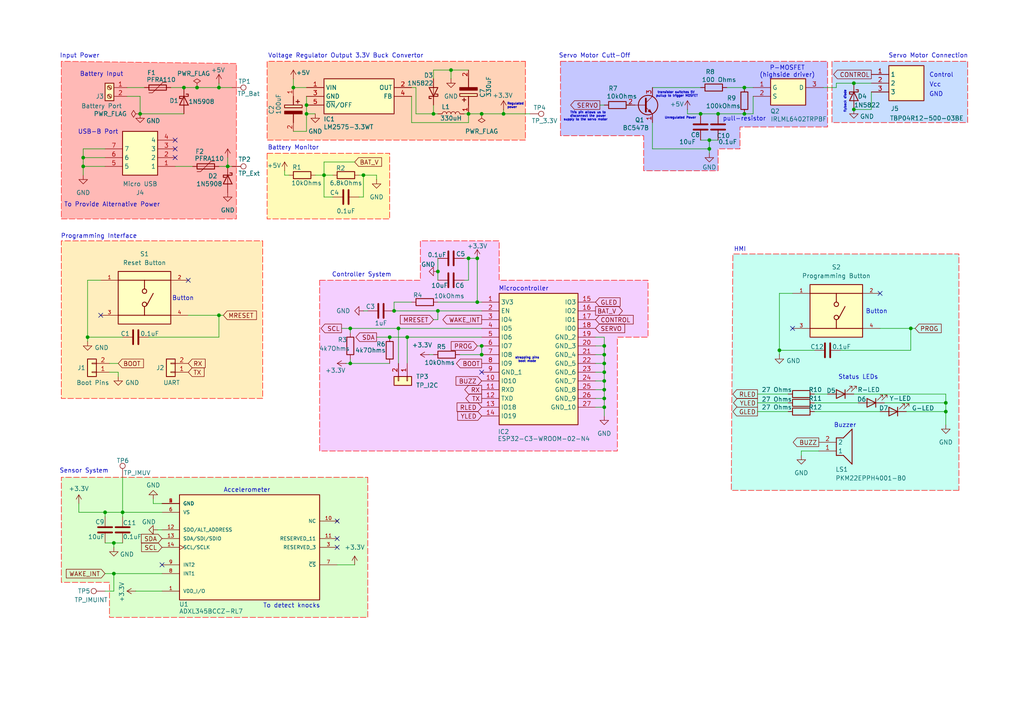
<source format=kicad_sch>
(kicad_sch (version 20250114) (generator "eeschema") (generator_version "9.0")
  (paper "A4")
  (title_block (title "KnockLockSchematic") (date "2025-11-12") (rev "6.1") (company "HSRW") (comment 1 "Group 04"))
  (text "Voltage Regulator Output 3.3V Buck Convertor\n" (at 77.724 16.256 0) (effects (font (size 1.27 1.27)) (justify left)))
  (text "Vcc\n" (at 271.272 24.638 0) (effects (font (size 1.27 1.27))))
  (text "Battery Input" (at 29.464 21.59 0) (effects (font (size 1.27 1.27))))
  (text "P-MOSFET\n(highside driver)\n" (at 228.346 20.828 0) (effects (font (size 1.27 1.27))))
  (text "Controller System\n\n" (at 104.902 80.772 0) (effects (font (size 1.27 1.27))))
  (text "To detect knocks" (at 84.582 175.768 0) (effects (font (size 1.27 1.27))))
  (text "Control\n" (at 273.05 21.844 0) (effects (font (size 1.27 1.27))))
  (text "Button" (at 53.086 86.614 0) (effects (font (size 1.27 1.27))))
  (text "Programming Interface" (at 28.702 68.58 0) (effects (font (size 1.27 1.27))))
  (text "flyback diode" (at 245.11 29.464 90) (effects (font (size 0.635 0.635))))
  (text "strapping pins\nboot mode" (at 152.908 104.394 0) (effects (font (size 0.635 0.635))))
  (text "Unregulated Power" (at 197.358 34.29 0) (effects (font (size 0.635 0.635))))
  (text "Servo Motor Cutt-Off\n" (at 172.466 16.256 0) (effects (font (size 1.27 1.27))))
  (text "Regulated \npower" (at 147.066 30.734 0) (effects (font (size 0.635 0.635)) (justify left)))
  (text "Sensor System" (at 24.384 136.652 0) (effects (font (size 1.27 1.27))))
  (text "GND\n" (at 271.526 27.432 0) (effects (font (size 1.27 1.27))))
  (text "Buzzer\n" (at 245.11 123.444 0) (effects (font (size 1.27 1.27))))
  (text "transistor switches 5V \npullup to trigger MOSFET" (at 196.342 27.432 0) (effects (font (size 0.635 0.635))))
  (text "HMI" (at 214.63 72.39 0) (effects (font (size 1.27 1.27))))
  (text "Servo Motor Connection\n" (at 269.24 16.256 0) (effects (font (size 1.27 1.27))))
  (text "This pin allows us to \ndisconnect the power \nsupply to the servo motor" (at 176.276 33.782 0) (effects (font (size 0.635 0.635)) (justify right)))
  (text "Input Power" (at 23.114 16.256 0) (effects (font (size 1.27 1.27))))
  (text "Microcontroller" (at 151.892 83.82 0) (effects (font (size 1.27 1.27))))
  (text "Accelerometer" (at 71.628 142.24 0) (effects (font (size 1.27 1.27))))
  (text "Battery Monitor" (at 85.09 42.926 0) (effects (font (size 1.27 1.27))))
  (text "Status LEDs" (at 248.92 109.474 0) (effects (font (size 1.27 1.27))))
  (text "To Provide Alternative Power" (at 32.512 59.436 0) (effects (font (size 1.27 1.27))))
  (text "USB-B Port" (at 28.448 38.354 0) (effects (font (size 1.27 1.27))))
  (text "Button" (at 254.254 90.424 0) (effects (font (size 1.27 1.27))))
  (text "pull-resistor" (at 215.9 34.544 0) (effects (font (size 1.27 1.27))))
  (junction (at 274.32 116.84))
  (junction (at 115.57 95.25))
  (junction (at 57.15 25.4))
  (junction (at 175.26 118.11))
  (junction (at 40.64 33.02))
  (junction (at 139.7 33.02))
  (junction (at 101.6 95.25))
  (junction (at 175.26 110.49))
  (junction (at 24.13 48.26))
  (junction (at 208.28 33.02))
  (junction (at 135.89 74.93))
  (junction (at 101.6 105.41))
  (junction (at 88.9 30.48))
  (junction (at 139.7 100.33))
  (junction (at 85.09 25.4))
  (junction (at 175.26 115.57))
  (junction (at 247.65 31.75))
  (junction (at 66.04 48.26))
  (junction (at 175.26 105.41))
  (junction (at 33.02 157.48))
  (junction (at 105.41 50.8))
  (junction (at 63.5 91.44))
  (junction (at 274.32 119.38))
  (junction (at 175.26 100.33))
  (junction (at 24.13 45.72))
  (junction (at 25.4 97.79))
  (junction (at 146.05 33.02))
  (junction (at 93.98 50.8))
  (junction (at 63.5 25.4))
  (junction (at 130.81 20.32))
  (junction (at 114.3 90.17))
  (junction (at 203.2 33.02))
  (junction (at 127 78.74))
  (junction (at 175.26 107.95))
  (junction (at 127 90.17))
  (junction (at 264.16 95.25))
  (junction (at 138.43 87.63))
  (junction (at 135.89 33.02))
  (junction (at 138.43 74.93))
  (junction (at 33.02 166.37))
  (junction (at 175.26 113.03))
  (junction (at 215.9 25.4))
  (junction (at 205.74 43.18))
  (junction (at 30.48 148.59))
  (junction (at 175.26 102.87))
  (junction (at 125.73 33.02))
  (junction (at 35.56 148.59))
  (junction (at 247.65 24.13))
  (junction (at 118.11 97.79))
  (junction (at 205.74 40.64))
  (junction (at 88.9 33.02))
  (junction (at 139.7 102.87))
  (junction (at 226.06 101.6))
  (junction (at 113.03 97.79))
  (junction (at 53.34 25.4))
  (junction (at 215.9 33.02))
  (no_connect (at 229.87 95.25))
  (no_connect (at 50.8 43.18))
  (no_connect (at 54.61 81.28))
  (no_connect (at 97.79 156.21))
  (no_connect (at 139.7 107.95))
  (no_connect (at 29.21 91.44))
  (no_connect (at 97.79 151.13))
  (no_connect (at 50.8 45.72))
  (no_connect (at 50.8 40.64))
  (no_connect (at 46.99 163.83))
  (no_connect (at 97.79 158.75))
  (no_connect (at 255.27 85.09))
  (wire (pts (xy 25.4 97.79) (xy 35.56 97.79)))
  (wire (pts (xy 199.39 31.75) (xy 199.39 33.02)))
  (wire (pts (xy 63.5 25.4) (xy 63.5 24.13)))
  (wire (pts (xy 33.02 157.48) (xy 33.02 158.75)))
  (wire (pts (xy 236.22 114.3) (xy 240.03 114.3)))
  (wire (pts (xy 189.23 35.56) (xy 189.23 43.18)))
  (wire (pts (xy 127 90.17) (xy 139.7 90.17)))
  (wire (pts (xy 175.26 115.57) (xy 175.26 118.11)))
  (wire (pts (xy 215.9 25.4) (xy 218.44 25.4)))
  (wire (pts (xy 139.7 33.02) (xy 146.05 33.02)))
  (wire (pts (xy 135.89 74.93) (xy 135.89 81.28)))
  (wire (pts (xy 115.57 95.25) (xy 115.57 105.41)))
  (wire (pts (xy 205.74 44.45) (xy 205.74 43.18)))
  (wire (pts (xy 85.09 38.1) (xy 88.9 38.1)))
  (wire (pts (xy 57.15 25.4) (xy 63.5 25.4)))
  (wire (pts (xy 181.61 30.48) (xy 182.88 30.48)))
  (wire (pts (xy 104.14 57.15) (xy 105.41 57.15)))
  (wire (pts (xy 33.02 157.48) (xy 35.56 157.48)))
  (wire (pts (xy 125.73 20.32) (xy 130.81 20.32)))
  (wire (pts (xy 100.33 105.41) (xy 101.6 105.41)))
  (wire (pts (xy 114.3 87.63) (xy 114.3 90.17)))
  (wire (pts (xy 40.64 33.02) (xy 53.34 33.02)))
  (wire (pts (xy 99.06 95.25) (xy 101.6 95.25)))
  (wire (pts (xy 24.13 43.18) (xy 30.48 43.18)))
  (wire (pts (xy 120.65 25.4) (xy 120.65 33.02)))
  (wire (pts (xy 226.06 101.6) (xy 226.06 102.87)))
  (wire (pts (xy 101.6 104.14) (xy 101.6 105.41)))
  (wire (pts (xy 40.64 27.94) (xy 40.64 33.02)))
  (wire (pts (xy 242.57 24.13) (xy 247.65 24.13)))
  (wire (pts (xy 226.06 85.09) (xy 229.87 85.09)))
  (wire (pts (xy 109.22 97.79) (xy 113.03 97.79)))
  (wire (pts (xy 252.73 31.75) (xy 247.65 31.75)))
  (wire (pts (xy 173.99 30.48) (xy 175.26 30.48)))
  (wire (pts (xy 82.55 49.53) (xy 82.55 50.8)))
  (wire (pts (xy 264.16 95.25) (xy 264.16 101.6)))
  (wire (pts (xy 242.57 24.13) (xy 242.57 25.4)))
  (wire (pts (xy 24.13 45.72) (xy 24.13 48.26)))
  (wire (pts (xy 215.9 33.02) (xy 218.44 33.02)))
  (wire (pts (xy 25.4 97.79) (xy 25.4 99.06)))
  (wire (pts (xy 135.89 33.02) (xy 135.89 35.56)))
  (wire (pts (xy 22.86 146.05) (xy 22.86 148.59)))
  (wire (pts (xy 97.79 163.83) (xy 102.87 163.83)))
  (wire (pts (xy 172.72 110.49) (xy 175.26 110.49)))
  (wire (pts (xy 30.48 166.37) (xy 33.02 166.37)))
  (wire (pts (xy 43.18 97.79) (xy 63.5 97.79)))
  (wire (pts (xy 64.77 91.44) (xy 63.5 91.44)))
  (wire (pts (xy 114.3 90.17) (xy 127 90.17)))
  (wire (pts (xy 119.38 35.56) (xy 135.89 35.56)))
  (wire (pts (xy 30.48 171.45) (xy 33.02 171.45)))
  (wire (pts (xy 203.2 33.02) (xy 208.28 33.02)))
  (wire (pts (xy 101.6 96.52) (xy 101.6 95.25)))
  (wire (pts (xy 24.13 45.72) (xy 30.48 45.72)))
  (wire (pts (xy 127 74.93) (xy 127 78.74)))
  (wire (pts (xy 189.23 43.18) (xy 205.74 43.18)))
  (wire (pts (xy 262.89 119.38) (xy 274.32 119.38)))
  (wire (pts (xy 67.31 48.26) (xy 66.04 48.26)))
  (wire (pts (xy 30.48 148.59) (xy 35.56 148.59)))
  (wire (pts (xy 33.02 166.37) (xy 46.99 166.37)))
  (wire (pts (xy 44.45 144.78) (xy 44.45 146.05)))
  (wire (pts (xy 175.26 118.11) (xy 175.26 120.65)))
  (wire (pts (xy 199.39 33.02) (xy 203.2 33.02)))
  (wire (pts (xy 104.14 50.8) (xy 105.41 50.8)))
  (wire (pts (xy 53.34 25.4) (xy 57.15 25.4)))
  (wire (pts (xy 130.81 20.32) (xy 130.81 22.86)))
  (wire (pts (xy 243.84 101.6) (xy 264.16 101.6)))
  (wire (pts (xy 226.06 85.09) (xy 226.06 101.6)))
  (wire (pts (xy 36.83 25.4) (xy 41.91 25.4)))
  (wire (pts (xy 135.89 33.02) (xy 139.7 33.02)))
  (wire (pts (xy 125.73 30.48) (xy 125.73 33.02)))
  (wire (pts (xy 247.65 114.3) (xy 274.32 114.3)))
  (wire (pts (xy 31.75 107.95) (xy 34.29 107.95)))
  (wire (pts (xy 102.87 46.99) (xy 93.98 46.99)))
  (wire (pts (xy 63.5 91.44) (xy 63.5 97.79)))
  (wire (pts (xy 35.56 149.86) (xy 35.56 148.59)))
  (wire (pts (xy 135.89 74.93) (xy 138.43 74.93)))
  (wire (pts (xy 125.73 20.32) (xy 125.73 22.86)))
  (wire (pts (xy 39.37 171.45) (xy 46.99 171.45)))
  (wire (pts (xy 30.48 149.86) (xy 30.48 148.59)))
  (wire (pts (xy 91.44 50.8) (xy 93.98 50.8)))
  (wire (pts (xy 119.38 27.94) (xy 119.38 35.56)))
  (wire (pts (xy 24.13 48.26) (xy 30.48 48.26)))
  (wire (pts (xy 175.26 100.33) (xy 175.26 102.87)))
  (wire (pts (xy 172.72 115.57) (xy 175.26 115.57)))
  (wire (pts (xy 127 87.63) (xy 138.43 87.63)))
  (wire (pts (xy 35.56 138.43) (xy 35.56 148.59)))
  (wire (pts (xy 88.9 33.02) (xy 88.9 30.48)))
  (wire (pts (xy 120.65 33.02) (xy 125.73 33.02)))
  (wire (pts (xy 67.31 25.4) (xy 63.5 25.4)))
  (wire (pts (xy 46.99 146.05) (xy 44.45 146.05)))
  (wire (pts (xy 219.71 119.38) (xy 228.6 119.38)))
  (wire (pts (xy 130.81 20.32) (xy 135.89 20.32)))
  (wire (pts (xy 274.32 123.19) (xy 274.32 119.38)))
  (wire (pts (xy 34.29 107.95) (xy 34.29 109.22)))
  (wire (pts (xy 138.43 74.93) (xy 138.43 87.63)))
  (wire (pts (xy 175.26 97.79) (xy 175.26 100.33)))
  (wire (pts (xy 175.26 110.49) (xy 175.26 113.03)))
  (wire (pts (xy 146.05 31.75) (xy 146.05 33.02)))
  (wire (pts (xy 63.5 48.26) (xy 66.04 48.26)))
  (wire (pts (xy 24.13 48.26) (xy 24.13 50.8)))
  (wire (pts (xy 172.72 97.79) (xy 175.26 97.79)))
  (wire (pts (xy 88.9 38.1) (xy 88.9 33.02)))
  (wire (pts (xy 85.09 22.86) (xy 85.09 25.4)))
  (wire (pts (xy 134.62 81.28) (xy 135.89 81.28)))
  (wire (pts (xy 138.43 87.63) (xy 139.7 87.63)))
  (wire (pts (xy 255.27 95.25) (xy 264.16 95.25)))
  (wire (pts (xy 101.6 105.41) (xy 113.03 105.41)))
  (wire (pts (xy 54.61 91.44) (xy 63.5 91.44)))
  (wire (pts (xy 265.43 95.25) (xy 264.16 95.25)))
  (wire (pts (xy 127 33.02) (xy 125.73 33.02)))
  (wire (pts (xy 34.29 105.41) (xy 31.75 105.41)))
  (wire (pts (xy 22.86 148.59) (xy 30.48 148.59)))
  (wire (pts (xy 93.98 46.99) (xy 93.98 50.8)))
  (wire (pts (xy 172.72 100.33) (xy 175.26 100.33)))
  (wire (pts (xy 93.98 57.15) (xy 93.98 50.8)))
  (wire (pts (xy 210.82 25.4) (xy 215.9 25.4)))
  (wire (pts (xy 88.9 27.94) (xy 88.9 30.48)))
  (wire (pts (xy 93.98 50.8) (xy 96.52 50.8)))
  (wire (pts (xy 109.22 50.8) (xy 109.22 52.07)))
  (wire (pts (xy 256.54 116.84) (xy 274.32 116.84)))
  (wire (pts (xy 105.41 90.17) (xy 106.68 90.17)))
  (wire (pts (xy 24.13 43.18) (xy 24.13 45.72)))
  (wire (pts (xy 172.72 102.87) (xy 175.26 102.87)))
  (wire (pts (xy 189.23 25.4) (xy 203.2 25.4)))
  (wire (pts (xy 124.46 102.87) (xy 125.73 102.87)))
  (wire (pts (xy 218.44 33.02) (xy 218.44 27.94)))
  (wire (pts (xy 208.28 33.02) (xy 215.9 33.02)))
  (wire (pts (xy 219.71 114.3) (xy 228.6 114.3)))
  (wire (pts (xy 96.52 57.15) (xy 93.98 57.15)))
  (wire (pts (xy 138.43 100.33) (xy 139.7 100.33)))
  (wire (pts (xy 153.67 33.02) (xy 146.05 33.02)))
  (wire (pts (xy 205.74 40.64) (xy 208.28 40.64)))
  (wire (pts (xy 274.32 116.84) (xy 274.32 119.38)))
  (wire (pts (xy 172.72 107.95) (xy 175.26 107.95)))
  (wire (pts (xy 25.4 81.28) (xy 25.4 97.79)))
  (wire (pts (xy 172.72 113.03) (xy 175.26 113.03)))
  (wire (pts (xy 114.3 87.63) (xy 119.38 87.63)))
  (wire (pts (xy 105.41 50.8) (xy 109.22 50.8)))
  (wire (pts (xy 237.49 130.81) (xy 232.41 130.81)))
  (wire (pts (xy 127 81.28) (xy 127 78.74)))
  (wire (pts (xy 242.57 25.4) (xy 238.76 25.4)))
  (wire (pts (xy 175.26 113.03) (xy 175.26 115.57)))
  (wire (pts (xy 118.11 97.79) (xy 139.7 97.79)))
  (wire (pts (xy 105.41 57.15) (xy 105.41 50.8)))
  (wire (pts (xy 172.72 105.41) (xy 175.26 105.41)))
  (wire (pts (xy 175.26 107.95) (xy 175.26 110.49)))
  (wire (pts (xy 172.72 118.11) (xy 175.26 118.11)))
  (wire (pts (xy 113.03 97.79) (xy 118.11 97.79)))
  (wire (pts (xy 175.26 102.87) (xy 175.26 105.41)))
  (wire (pts (xy 205.74 43.18) (xy 205.74 40.64)))
  (wire (pts (xy 135.89 33.02) (xy 134.62 33.02)))
  (wire (pts (xy 45.72 153.67) (xy 46.99 153.67)))
  (wire (pts (xy 66.04 45.72) (xy 66.04 48.26)))
  (wire (pts (xy 252.73 26.67) (xy 252.73 31.75)))
  (wire (pts (xy 49.53 25.4) (xy 53.34 25.4)))
  (wire (pts (xy 40.64 27.94) (xy 36.83 27.94)))
  (wire (pts (xy 33.02 171.45) (xy 33.02 166.37)))
  (wire (pts (xy 236.22 116.84) (xy 248.92 116.84)))
  (wire (pts (xy 232.41 130.81) (xy 232.41 132.08)))
  (wire (pts (xy 101.6 95.25) (xy 115.57 95.25)))
  (wire (pts (xy 35.56 148.59) (xy 46.99 148.59)))
  (wire (pts (xy 85.09 25.4) (xy 88.9 25.4)))
  (wire (pts (xy 226.06 101.6) (xy 236.22 101.6)))
  (wire (pts (xy 127 92.71) (xy 127 90.17)))
  (wire (pts (xy 119.38 25.4) (xy 120.65 25.4)))
  (wire (pts (xy 118.11 97.79) (xy 118.11 105.41)))
  (wire (pts (xy 125.73 92.71) (xy 127 92.71)))
  (wire (pts (xy 219.71 116.84) (xy 228.6 116.84)))
  (wire (pts (xy 33.02 157.48) (xy 30.48 157.48)))
  (wire (pts (xy 247.65 24.13) (xy 252.73 24.13)))
  (wire (pts (xy 133.35 102.87) (xy 139.7 102.87)))
  (wire (pts (xy 82.55 50.8) (xy 83.82 50.8)))
  (wire (pts (xy 203.2 40.64) (xy 205.74 40.64)))
  (wire (pts (xy 25.4 81.28) (xy 29.21 81.28)))
  (wire (pts (xy 91.44 33.02) (xy 88.9 33.02)))
  (wire (pts (xy 274.32 114.3) (xy 274.32 116.84)))
  (wire (pts (xy 50.8 48.26) (xy 55.88 48.26)))
  (wire (pts (xy 115.57 95.25) (xy 139.7 95.25)))
  (wire (pts (xy 139.7 100.33) (xy 139.7 102.87)))
  (wire (pts (xy 134.62 74.93) (xy 135.89 74.93)))
  (wire (pts (xy 175.26 105.41) (xy 175.26 107.95)))
  (wire (pts (xy 236.22 119.38) (xy 255.27 119.38)))
  (global_label "BAT_V" (shape output) (at 172.72 90.17 0) (property "Intersheetrefs" "${INTERSHEET_REFS}" (effects (hide yes))))
  (global_label "SERVO" (shape output) (at 173.99 30.48 180) (property "Intersheetrefs" "${INTERSHEET_REFS}" (effects (hide yes))))
  (global_label "WAKE_INT" (shape output) (at 139.7 92.71 180) (property "Intersheetrefs" "${INTERSHEET_REFS}" (effects (hide yes))))
  (global_label "SCL" (shape input) (at 46.99 158.75 180) (property "Intersheetrefs" "${INTERSHEET_REFS}" (effects (hide yes))))
  (global_label "PROG" (shape input) (at 265.43 95.25 0) (property "Intersheetrefs" "${INTERSHEET_REFS}" (effects (hide yes))))
  (global_label "WAKE_INT" (shape input) (at 30.48 166.37 180) (property "Intersheetrefs" "${INTERSHEET_REFS}" (effects (hide yes))))
  (global_label "RX" (shape output) (at 139.7 113.03 180) (property "Intersheetrefs" "${INTERSHEET_REFS}" (effects (hide yes))))
  (global_label "MRESET" (shape input) (at 125.73 92.71 180) (property "Intersheetrefs" "${INTERSHEET_REFS}" (effects (hide yes))))
  (global_label "CONTROL" (shape input) (at 172.72 92.71 0) (property "Intersheetrefs" "${INTERSHEET_REFS}" (effects (hide yes))))
  (global_label "RLED" (shape output) (at 219.71 114.3 180) (property "Intersheetrefs" "${INTERSHEET_REFS}" (effects (hide yes))))
  (global_label "PROG" (shape input) (at 138.43 100.33 180) (property "Intersheetrefs" "${INTERSHEET_REFS}" (effects (hide yes))))
  (global_label "YLED" (shape input) (at 139.7 120.65 180) (property "Intersheetrefs" "${INTERSHEET_REFS}" (effects (hide yes))))
  (global_label "BOOT" (shape output) (at 139.7 105.41 180) (property "Intersheetrefs" "${INTERSHEET_REFS}" (effects (hide yes))))
  (global_label "SDA" (shape output) (at 109.22 97.79 180) (property "Intersheetrefs" "${INTERSHEET_REFS}" (effects (hide yes))))
  (global_label "YLED" (shape output) (at 219.71 116.84 180) (property "Intersheetrefs" "${INTERSHEET_REFS}" (effects (hide yes))))
  (global_label "GLED" (shape input) (at 172.72 87.63 0) (property "Intersheetrefs" "${INTERSHEET_REFS}" (effects (hide yes))))
  (global_label "BOOT" (shape input) (at 34.29 105.41 0) (property "Intersheetrefs" "${INTERSHEET_REFS}" (effects (hide yes))))
  (global_label "TX" (shape output) (at 139.7 115.57 180) (property "Intersheetrefs" "${INTERSHEET_REFS}" (effects (hide yes))))
  (global_label "SDA" (shape input) (at 46.99 156.21 180) (property "Intersheetrefs" "${INTERSHEET_REFS}" (effects (hide yes))))
  (global_label "RLED" (shape input) (at 139.7 118.11 180) (property "Intersheetrefs" "${INTERSHEET_REFS}" (effects (hide yes))))
  (global_label "SERVO" (shape input) (at 172.72 95.25 0) (property "Intersheetrefs" "${INTERSHEET_REFS}" (effects (hide yes))))
  (global_label "MRESET" (shape input) (at 64.77 91.44 0) (property "Intersheetrefs" "${INTERSHEET_REFS}" (effects (hide yes))))
  (global_label "BUZZ" (shape output) (at 237.49 128.27 180) (property "Intersheetrefs" "${INTERSHEET_REFS}" (effects (hide yes))))
  (global_label "TX" (shape input) (at 54.61 107.95 0) (property "Intersheetrefs" "${INTERSHEET_REFS}" (effects (hide yes))))
  (global_label "BUZZ" (shape input) (at 139.7 110.49 180) (property "Intersheetrefs" "${INTERSHEET_REFS}" (effects (hide yes))))
  (global_label "GLED" (shape output) (at 219.71 119.38 180) (property "Intersheetrefs" "${INTERSHEET_REFS}" (effects (hide yes))))
  (global_label "BAT_V" (shape input) (at 102.87 46.99 0) (property "Intersheetrefs" "${INTERSHEET_REFS}" (effects (hide yes))))
  (global_label "RX" (shape input) (at 54.61 105.41 0) (property "Intersheetrefs" "${INTERSHEET_REFS}" (effects (hide yes))))
  (global_label "SCL" (shape output) (at 99.06 95.25 180) (property "Intersheetrefs" "${INTERSHEET_REFS}" (effects (hide yes))))
  (global_label "CONTROL" (shape output) (at 252.73 21.59 180) (property "Intersheetrefs" "${INTERSHEET_REFS}" (effects (hide yes))))
  (rule_area (polyline (pts (xy 17.78 17.78) (xy 17.78 63.5) (xy 68.58 63.5) (xy 68.58 18.415)) (stroke (width 0) (type dash) (color 255 29 29 1)) (fill (type color) (color 255 23 12 0.3))))
  (rule_area (polyline (pts (xy 241.3 17.78) (xy 241.3 35.56) (xy 280.67 35.56) (xy 280.67 17.78)) (stroke (width 0) (type dash)) (fill (type color) (color 74 147 255 0.3019607843))))
  (rule_area (polyline (pts (xy 162.56 17.78) (xy 240.03 17.78) (xy 240.03 36.83) (xy 214.63 36.83) (xy 214.63 43.18) (xy 208.28 43.18) (xy 208.28 49.53) (xy 186.69 49.53) (xy 186.69 39.37) (xy 162.56 39.37)) (stroke (width 0) (type dash)) (fill (type color) (color 60 67 255 0.3))))
  (rule_area (polyline (pts (xy 106.68 138.43) (xy 106.68 179.07) (xy 31.75 179.07) (xy 31.75 168.91) (xy 17.78 168.91) (xy 17.78 138.43)) (stroke (width 0) (type dash)) (fill (type color) (color 138 255 90 0.3))))
  (rule_area (polyline (pts (xy 92.71 81.28) (xy 121.92 81.28) (xy 121.92 69.85) (xy 144.78 69.85) (xy 144.78 81.28) (xy 187.96 81.28) (xy 187.96 97.79) (xy 179.07 97.79) (xy 179.07 130.81) (xy 148.59 130.81) (xy 147.32 130.81) (xy 134.62 130.81) (xy 132.08 130.81) (xy 102.87 130.81) (xy 92.71 130.81) (xy 92.71 129.54) (xy 92.71 93.98)) (stroke (width 0) (type dash)) (fill (type color) (color 217 94 255 0.3))))
  (rule_area (polyline (pts (xy 77.47 44.45) (xy 113.03 44.45) (xy 113.03 63.5) (xy 77.47 63.5)) (stroke (width 0) (type dash)) (fill (type color) (color 255 240 18 0.3))))
  (rule_area (polyline (pts (xy 76.2 69.85) (xy 76.2 115.57) (xy 49.53 115.57) (xy 43.18 115.57) (xy 17.78 115.57) (xy 17.78 113.03) (xy 17.78 69.85)) (stroke (width 0) (type dash)) (fill (type color) (color 255 196 39 0.3))))
  (rule_area (polyline (pts (xy 278.13 142.24) (xy 212.09 142.24) (xy 212.5662 73.66) (xy 278.13 73.66)) (stroke (width 0) (type dash)) (fill (type color) (color 66 255 212 0.3))))
  (rule_area (polyline (pts (xy 152.4 17.78) (xy 152.4 40.64) (xy 77.47 40.64) (xy 77.47 17.78)) (stroke (width 0) (type dash)) (fill (type color) (color 255 109 17 0.3))))
  (symbol (lib_id "power:GND") (at 274.32 123.19 0) (unit 1)
    (property "Reference" "#PWR029" (effects (hide yes)))
    (property "Value" "GND" (at 274.32 128.27 0))
    (property "Description" "Power symbol creates a global label with name \"GND\" , ground" (effects (hide yes)))
  )
  (symbol (lib_id "SamacSys_Parts:EEU-FC1C101H") (at 85.09 25.4 270) (unit 1)
    (property "Reference" "C2" (at 78.74 30.48 0) (effects (justify left)))
    (property "Value" "100uF" (at 80.772 27.178 0) (effects (justify left)))
    (property "Footprint" "SamacSys_Parts:CAPPRD250W55D630H1220" (effects (hide yes)))
    (property "Datasheet" "http://industrial.panasonic.com/cdbs/www-data/pdf/RDF0000/ABA0000C1209.pdf" (effects (hide yes)))
    (property "Description" "Aluminium Electrolytic Capacitor, Radial Lead, AEC-Q200, 105?C" (effects (hide yes)))
    (property "Height" "12.2" (effects (hide yes)))
    (property "Mouser Part Number" "667-EEU-FC1C101H" (effects (hide yes)))
    (property "Mouser Price/Stock" "https://www.mouser.co.uk/ProductDetail/Panasonic/EEU-FC1C101H?qs=%2FC1U95aQ15szP%252BXx0reJVg%3D%3D" (effects (hide yes)))
    (property "Manufacturer_Name" "Panasonic" (effects (hide yes)))
    (property "Manufacturer_Part_Number" "EEU-FC1C101H" (effects (hide yes)))
  )
  (symbol (lib_id "Device:C") (at 35.56 153.67 180) (unit 1)
    (property "Reference" "C11" (at 37.592 151.638 0))
    (property "Value" "0.1uF" (at 38.354 155.702 0))
    (property "Footprint" "Capacitor_SMD:C_0805_2012Metric_Pad1.18x1.45mm_HandSolder" (effects (hide yes)))
    (property "Description" "Unpolarized capacitor" (effects (hide yes)))
  )
  (symbol (lib_id "power:+3.3V") (at 22.86 146.05 0) (unit 1)
    (property "Reference" "#PWR020" (effects (hide yes)))
    (property "Value" "+3.3V" (at 22.86 141.732 0))
    (property "Description" "Power symbol creates a global label with name \"+3.3V\"" (effects (hide yes)))
  )
  (symbol (lib_id "power:GND") (at 105.41 90.17 270) (unit 1)
    (property "Reference" "#PWR011" (effects (hide yes)))
    (property "Value" "GND" (at 101.6 90.1699 90) (effects (justify right)))
    (property "Description" "Power symbol creates a global label with name \"GND\" , ground" (effects (hide yes)))
  )
  (symbol (lib_id "Transistor_BJT:2N3904") (at 186.69 30.48 0) (unit 1)
    (property "Reference" "Q1" (at 184.15 34.798 0) (effects (justify left)))
    (property "Value" "BC547B" (at 180.594 37.084 0) (effects (justify left)))
    (property "Footprint" "Package_TO_SOT_THT:TO-92_HandSolder" (effects (hide yes)))
    (property "Datasheet" "https://www.onsemi.com/pub/Collateral/2N3903-D.PDF" (effects (hide yes)))
    (property "Description" "0.2A Ic, 40V Vce, Small Signal NPN Transistor, TO-92" (effects (hide yes)))
  )
  (symbol (lib_id "Device:R") (at 232.41 119.38 90) (unit 1)
    (property "Reference" "R12" (at 236.474 118.11 90))
    (property "Value" "27 Ohms" (at 225.298 118.11 90))
    (property "Footprint" "Resistor_SMD:R_1206_3216Metric_Pad1.30x1.75mm_HandSolder" (effects (hide yes)))
    (property "Description" "Resistor" (effects (hide yes)))
  )
  (symbol (lib_id "SamacSys_Parts:TBP04R12-500-03BE") (at 252.73 21.59 0) (unit 1)
    (property "Reference" "J5" (at 258.318 31.496 0) (effects (justify left)))
    (property "Value" "TBP04R12-500-03BE" (at 258.064 34.29 0) (effects (justify left)))
    (property "Footprint" "Connector_JST:JST_EH_S3B-EH_1x03_P2.50mm_Horizontal" (effects (hide yes)))
    (property "Datasheet" "https://www.sameskydevices.com/product/resource/tbp04r12-500.pdf" (effects (hide yes)))
    (property "Description" "3 Position Terminal Block Header, Male Pins, Shrouded (4 Side) 0.197\" (5.00mm) 90, Right Angle Through Hole" (effects (hide yes)))
    (property "Height" "8.8" (effects (hide yes)))
    (property "Mouser Part Number" "179-TBP04R12-50003BE" (effects (hide yes)))
    (property "Mouser Price/Stock" "https://www.mouser.co.uk/ProductDetail/CUI-Devices/TBP04R12-500-03BE?qs=TCDPyi3sCW0NaxY6tKwPhA%3D%3D" (effects (hide yes)))
    (property "Manufacturer_Name" "Same Sky" (effects (hide yes)))
    (property "Manufacturer_Part_Number" "TBP04R12-500-03BE" (effects (hide yes)))
  )
  (symbol (lib_id "power:GND") (at 25.4 99.06 0) (unit 1)
    (property "Reference" "#PWR02" (effects (hide yes)))
    (property "Value" "GND" (at 29.464 100.838 0))
    (property "Description" "Power symbol creates a global label with name \"GND\" , ground" (effects (hide yes)))
  )
  (symbol (lib_id "Device:Polyfuse") (at 45.72 25.4 90) (unit 1)
    (property "Reference" "F1" (at 43.942 21.082 90))
    (property "Value" "PFRA110" (at 46.736 23.114 90))
    (property "Footprint" "Fuse:Fuse_BelFuse_0ZRE0012FF_L8.3mm_W3.8mm" (effects (hide yes)))
    (property "Description" "Resettable fuse, polymeric positive temperature coefficient" (effects (hide yes)))
  )
  (symbol (lib_id "Connector_Generic:Conn_01x02") (at 118.11 110.49 270) (unit 1)
    (property "Reference" "TP3" (at 120.65 109.2199 90) (effects (justify left)))
    (property "Value" "TP_I2C" (at 120.65 111.7599 90) (effects (justify left)))
    (property "Footprint" "Connector_PinSocket_2.54mm:PinSocket_1x02_P2.54mm_Vertical" (effects (hide yes)))
    (property "Description" "Generic connector, single row, 01x02, script generated (kicad-library-utils/schlib/autogen/connector/)" (effects (hide yes)))
  )
  (symbol (lib_id "power:GND") (at 109.22 52.07 0) (unit 1)
    (property "Reference" "#PWR014" (effects (hide yes)))
    (property "Value" "GND" (at 109.22 57.15 0))
    (property "Description" "Power symbol creates a global label with name \"GND\" , ground" (effects (hide yes)))
  )
  (symbol (lib_id "power:GND") (at 44.45 144.78 180) (unit 1)
    (property "Reference" "#PWR025" (effects (hide yes)))
    (property "Value" "GND" (at 44.45 140.716 0))
    (property "Description" "Power symbol creates a global label with name \"GND\" , ground" (effects (hide yes)))
  )
  (symbol (lib_id "power:GND") (at 24.13 50.8 0) (unit 1)
    (property "Reference" "#PWR01" (effects (hide yes)))
    (property "Value" "GND" (at 24.13 55.88 0))
    (property "Description" "Power symbol creates a global label with name \"GND\" , ground" (effects (hide yes)))
  )
  (symbol (lib_id "SamacSys_Parts:USB3145-30-1-A") (at 50.8 48.26 180) (unit 1)
    (property "Reference" "J4" (at 40.64 55.88 0))
    (property "Value" "Micro USB" (at 40.64 53.34 0))
    (property "Footprint" "SamacSys_Parts:USB3145301A" (effects (hide yes)))
    (property "Datasheet" "https://gct.co/connector/usb3145" (effects (hide yes)))
    (property "Description" "GCT (GLOBAL CONNECTOR TECHNOLOGY) - USB3145-30-1-A - MICRO USB, 2.0 TYPE B, RECEPTACLE, TH" (effects (hide yes)))
    (property "Mouser Part Number" "640-USB3145-30-1-A" (effects (hide yes)))
    (property "Mouser Price/Stock" "https://www.mouser.co.uk/ProductDetail/GCT/USB3145-30-1-A?qs=KUoIvG%2F9IlYD1lvSRu5iyg%3D%3D" (effects (hide yes)))
    (property "Manufacturer_Name" "GCT (GLOBAL CONNECTOR TECHNOLOGY)" (effects (hide yes)))
    (property "Manufacturer_Part_Number" "USB3145-30-1-A" (effects (hide yes)))
  )
  (symbol (lib_id "SamacSys_Parts:PKM22EPPH4001-B0") (at 237.49 128.27 0) (unit 1)
    (property "Reference" "LS1" (at 242.316 136.144 0) (effects (justify left)))
    (property "Value" "PKM22EPPH4001-B0" (at 242.316 138.684 0) (effects (justify left)))
    (property "Footprint" "SamacSys_Parts:PKM22EPPH4001B0" (effects (hide yes)))
    (property "Datasheet" "https://www.murata.com/products/productdata/8801054064670/SPEC-PKM22EPPH4001-B0.pdf?1517839211000" (effects (hide yes)))
    (property "Description" "Buzzers Transducer, Externally Driven Piezo 1.5 V 4kHz 75dB @ 1.5V, 10cm Through Hole PC Pins" (effects (hide yes)))
    (property "Height" "10.7" (effects (hide yes)))
    (property "Mouser Part Number" "81-PKM22EPPH4001-B0" (effects (hide yes)))
    (property "Mouser Price/Stock" "https://www.mouser.co.uk/ProductDetail/Murata-Electronics/PKM22EPPH4001-B0?qs=flZjIlU0hx2Fke4m2iZ9MA%3D%3D" (effects (hide yes)))
    (property "Manufacturer_Name" "Murata Electronics" (effects (hide yes)))
    (property "Manufacturer_Part_Number" "PKM22EPPH4001-B0" (effects (hide yes)))
  )
  (symbol (lib_id "Connector:TestPoint") (at 30.48 171.45 90) (unit 1)
    (property "Reference" "TP5" (at 24.384 171.45 90))
    (property "Value" "TP_IMUINT" (at 26.416 173.99 90))
    (property "Footprint" "Connector_PinSocket_2.54mm:PinSocket_1x01_P2.54mm_Vertical" (effects (hide yes)))
    (property "Description" "test point" (effects (hide yes)))
  )
  (symbol (lib_id "power:+5V") (at 63.5 24.13 0) (unit 1)
    (property "Reference" "#PWR05" (effects (hide yes)))
    (property "Value" "+5V" (at 63.246 20.32 0))
    (property "Description" "Power symbol creates a global label with name \"+5V\"" (effects (hide yes)))
  )
  (symbol (lib_id "Device:LED") (at 243.84 114.3 180) (unit 1)
    (property "Reference" "D5" (at 241.046 113.284 0))
    (property "Value" "R-LED" (at 251.968 113.03 0))
    (property "Footprint" "LED_THT:LED_D3.0mm" (effects (hide yes)))
    (property "Description" "Light emitting diode" (effects (hide yes)))
    (property "Sim.Pins" "1=K 2=A" (effects (hide yes)))
  )
  (symbol (lib_id "Device:R") (at 207.01 25.4 90) (unit 1)
    (property "Reference" "R8" (at 205.994 20.828 90))
    (property "Value" "100 Ohms" (at 208.534 23.114 90))
    (property "Footprint" "Resistor_SMD:R_1206_3216Metric_Pad1.30x1.75mm_HandSolder" (effects (hide yes)))
    (property "Description" "Resistor" (effects (hide yes)))
  )
  (symbol (lib_id "Device:LED") (at 252.73 116.84 180) (unit 1)
    (property "Reference" "D6" (at 249.936 115.824 0))
    (property "Value" "Y-LED" (at 261.112 115.57 0))
    (property "Footprint" "LED_THT:LED_D3.0mm" (effects (hide yes)))
    (property "Description" "Light emitting diode" (effects (hide yes)))
    (property "Sim.Pins" "1=K 2=A" (effects (hide yes)))
  )
  (symbol (lib_id "power:+3.3V") (at 39.37 171.45 90) (unit 1)
    (property "Reference" "#PWR024" (effects (hide yes)))
    (property "Value" "+3.3V" (at 35.306 171.704 0))
    (property "Description" "Power symbol creates a global label with name \"+3.3V\"" (effects (hide yes)))
  )
  (symbol (lib_id "Device:C") (at 30.48 153.67 180) (unit 1)
    (property "Reference" "C9" (at 28.956 151.384 0))
    (property "Value" "10uF" (at 27.94 155.702 0))
    (property "Footprint" "Capacitor_THT:C_Radial_D5.0mm_H11.0mm_P2.00mm" (effects (hide yes)))
    (property "Description" "Unpolarized capacitor" (effects (hide yes)))
  )
  (symbol (lib_id "power:+3.3V") (at 102.87 163.83 0) (unit 1)
    (property "Reference" "#PWR030" (effects (hide yes)))
    (property "Value" "+3.3V" (at 102.87 158.75 0))
    (property "Description" "Power symbol creates a global label with name \"+3.3V\"" (effects (hide yes)))
  )
  (symbol (lib_id "Device:R") (at 87.63 50.8 90) (unit 1)
    (property "Reference" "R1" (at 86.106 48.514 90))
    (property "Value" "10kOhms" (at 88.9 53.086 90))
    (property "Footprint" "Resistor_SMD:R_1206_3216Metric_Pad1.30x1.75mm_HandSolder" (effects (hide yes)))
    (property "Description" "Resistor" (effects (hide yes)))
  )
  (symbol (lib_id "Diode:1N5822") (at 247.65 27.94 270) (unit 1)
    (property "Reference" "D4" (at 251.46 27.94 90) (effects (justify right)))
    (property "Value" "1N5822" (at 255.27 30.48 90) (effects (justify right)))
    (property "Footprint" "Diode_THT:D_DO-201AD_P15.24mm_Horizontal" (effects (hide yes)))
    (property "Datasheet" "http://www.vishay.com/docs/88526/1n5820.pdf" (effects (hide yes)))
    (property "Description" "40V 3A Schottky Barrier Rectifier Diode, DO-201AD" (effects (hide yes)))
  )
  (symbol (lib_id "Device:C") (at 240.03 101.6 90) (unit 1)
    (property "Reference" "C12" (at 236.982 100.584 90))
    (property "Value" "0.1uF" (at 244.094 100.584 90))
    (property "Footprint" "Capacitor_SMD:C_0805_2012Metric_Pad1.18x1.45mm_HandSolder" (effects (hide yes)))
    (property "Description" "Unpolarized capacitor" (effects (hide yes)))
  )
  (symbol (lib_id "Device:R") (at 101.6 100.33 180) (unit 1)
    (property "Reference" "R3" (at 99.314 98.552 0))
    (property "Value" "4k7Ohms" (at 97.028 101.092 0))
    (property "Footprint" "Resistor_SMD:R_1206_3216Metric_Pad1.30x1.75mm_HandSolder" (effects (hide yes)))
    (property "Description" "Resistor" (effects (hide yes)))
  )
  (symbol (lib_id "Device:R") (at 179.07 30.48 90) (unit 1)
    (property "Reference" "R7" (at 177.8 25.654 90))
    (property "Value" "10kOhms" (at 180.34 27.94 90))
    (property "Footprint" "Resistor_SMD:R_1206_3216Metric_Pad1.30x1.75mm_HandSolder" (effects (hide yes)))
    (property "Description" "Resistor" (effects (hide yes)))
  )
  (symbol (lib_id "Device:R") (at 100.33 50.8 90) (unit 1)
    (property "Reference" "R2" (at 98.806 48.768 90))
    (property "Value" "6.8kOhms" (at 100.33 53.086 90))
    (property "Footprint" "Resistor_SMD:R_1206_3216Metric_Pad1.30x1.75mm_HandSolder" (effects (hide yes)))
    (property "Description" "Resistor" (effects (hide yes)))
  )
  (symbol (lib_id "Connector_Generic:Conn_01x02") (at 49.53 107.95 180) (unit 1)
    (property "Reference" "J2" (at 46.482 106.68 0))
    (property "Value" "UART" (at 49.784 110.998 0))
    (property "Footprint" "Connector_PinSocket_2.54mm:PinSocket_1x02_P2.54mm_Vertical" (effects (hide yes)))
    (property "Description" "Generic connector, single row, 01x02, script generated (kicad-library-utils/schlib/autogen/connector/)" (effects (hide yes)))
  )
  (symbol (lib_id "SamacSys_Parts:IRLML6402TRPBF") (at 218.44 25.4 0) (unit 1)
    (property "Reference" "Q2" (at 224.79 32.258 0))
    (property "Value" "IRLML6402TRPBF" (at 231.648 34.544 0))
    (property "Footprint" "SamacSys_Parts:SOT95P237X112-3N" (effects (hide yes)))
    (property "Datasheet" "http://www.infineon.com/dgdl/irlml6402pbf.pdf?fileId=5546d462533600a401535668d5c2263c" (effects (hide yes)))
    (property "Description" "MOSFET MOSFT P-Ch -3.7A 65mOhm 8nC Log Lvl" (effects (hide yes)))
    (property "Height" "1.12" (effects (hide yes)))
    (property "Mouser Part Number" "942-IRLML6402TRPBF" (effects (hide yes)))
    (property "Mouser Price/Stock" "https://www.mouser.co.uk/ProductDetail/Infineon-Technologies/IRLML6402TRPBF?qs=9%252BKlkBgLFf0HuZuONx2Ewg%3D%3D" (effects (hide yes)))
    (property "Manufacturer_Name" "Infineon" (effects (hide yes)))
    (property "Manufacturer_Part_Number" "IRLML6402TRPBF" (effects (hide yes)))
  )
  (symbol (lib_id "Device:C") (at 130.81 81.28 90) (unit 1)
    (property "Reference" "C6" (at 133.35 82.804 90))
    (property "Value" "10uF" (at 127.508 82.804 90))
    (property "Footprint" "Capacitor_THT:C_Radial_D5.0mm_H11.0mm_P2.00mm" (effects (hide yes)))
    (property "Description" "Unpolarized capacitor" (effects (hide yes)))
  )
  (symbol (lib_id "Device:C") (at 39.37 97.79 90) (unit 1)
    (property "Reference" "C1" (at 36.322 96.774 90))
    (property "Value" "0.1uF" (at 43.434 96.774 90))
    (property "Footprint" "Capacitor_SMD:C_0805_2012Metric_Pad1.18x1.45mm_HandSolder" (effects (hide yes)))
    (property "Description" "Unpolarized capacitor" (effects (hide yes)))
  )
  (symbol (lib_id "SamacSys_Parts:LM2575-3.3WT") (at 88.9 25.4 0) (unit 1)
    (property "Reference" "IC1" (at 95.504 34.544 0))
    (property "Value" "LM2575-3.3WT" (at 101.092 36.83 0))
    (property "Footprint" "SamacSys_Parts:LM257533WT" (effects (hide yes)))
    (property "Datasheet" "https://ww1.microchip.com/downloads/en/DeviceDoc/lm2575.pdf" (effects (hide yes)))
    (property "Description" "Switching Voltage Regulators 1A Step-Down SMPS Regulator" (effects (hide yes)))
    (property "Height" "15.113" (effects (hide yes)))
    (property "Mouser Part Number" "998-LM2575-3.3WT" (effects (hide yes)))
    (property "Mouser Price/Stock" "https://www.mouser.co.uk/ProductDetail/Microchip-Technology/LM2575-3.3WT?qs=kh6iOki%2FeLFAZSEMjMNbiQ%3D%3D" (effects (hide yes)))
    (property "Manufacturer_Name" "Microchip" (effects (hide yes)))
    (property "Manufacturer_Part_Number" "LM2575-3.3WT" (effects (hide yes)))
  )
  (symbol (lib_id "power:GND") (at 247.65 31.75 0) (unit 1)
    (property "Reference" "#PWR028" (effects (hide yes)))
    (property "Value" "GND" (at 251.46 33.782 0))
    (property "Description" "Power symbol creates a global label with name \"GND\" , ground" (effects (hide yes)))
  )
  (symbol (lib_id "Connector:TestPoint") (at 153.67 33.02 270) (unit 1)
    (property "Reference" "TP4" (at 154.686 31.242 90) (effects (justify left)))
    (property "Value" "TP_3.3V" (at 154.178 35.052 90) (effects (justify left)))
    (property "Footprint" "TestPoint:TestPoint_Pad_D1.5mm" (effects (hide yes)))
    (property "Description" "test point" (effects (hide yes)))
  )
  (symbol (lib_id "Connector:TestPoint") (at 67.31 25.4 270) (unit 1)
    (property "Reference" "TP1" (at 69.088 23.622 90) (effects (justify left)))
    (property "Value" "TP_Bat" (at 68.834 27.178 90) (effects (justify left)))
    (property "Footprint" "TestPoint:TestPoint_Pad_D1.5mm" (effects (hide yes)))
    (property "Description" "test point" (effects (hide yes)))
  )
  (symbol (lib_id "power:+3.3V") (at 124.46 102.87 90) (unit 1)
    (property "Reference" "#PWR013" (effects (hide yes)))
    (property "Value" "+3.3V" (at 122.428 100.076 90))
    (property "Description" "Power symbol creates a global label with name \"+3.3V\"" (effects (hide yes)))
  )
  (symbol (lib_id "power:GND") (at 175.26 120.65 0) (unit 1)
    (property "Reference" "#PWR019" (effects (hide yes)))
    (property "Value" "GND" (at 175.26 125.73 0))
    (property "Description" "Power symbol creates a global label with name \"GND\" , ground" (effects (hide yes)))
  )
  (symbol (lib_id "power:GND") (at 226.06 102.87 0) (unit 1)
    (property "Reference" "#PWR031" (effects (hide yes)))
    (property "Value" "GND" (at 230.124 104.648 0))
    (property "Description" "Power symbol creates a global label with name \"GND\" , ground" (effects (hide yes)))
  )
  (symbol (lib_id "Device:R") (at 215.9 29.21 0) (unit 1)
    (property "Reference" "R9" (at 210.82 28.448 0) (effects (justify left)))
    (property "Value" "100kOhms" (at 204.724 30.734 0) (effects (justify left)))
    (property "Footprint" "Resistor_SMD:R_1206_3216Metric_Pad1.30x1.75mm_HandSolder" (effects (hide yes)))
    (property "Description" "Resistor" (effects (hide yes)))
  )
  (symbol (lib_id "power:GND") (at 205.74 44.45 0) (unit 1)
    (property "Reference" "#PWR022" (effects (hide yes)))
    (property "Value" "GND" (at 205.74 48.514 0))
    (property "Description" "Power symbol creates a global label with name \"GND\" , ground" (effects (hide yes)))
  )
  (symbol (lib_id "power:GND") (at 40.64 33.02 0) (unit 1)
    (property "Reference" "#PWR04" (effects (hide yes)))
    (property "Value" "GND" (at 44.45 35.052 0))
    (property "Description" "Power symbol creates a global label with name \"GND\" , ground" (effects (hide yes)))
  )
  (symbol (lib_id "Diode:1N5822") (at 125.73 26.67 90) (unit 1)
    (property "Reference" "D3" (at 122.936 21.844 90) (effects (justify right)))
    (property "Value" "1N5822" (at 118.11 24.13 90) (effects (justify right)))
    (property "Footprint" "Diode_THT:D_DO-201AD_P15.24mm_Horizontal" (effects (hide yes)))
    (property "Datasheet" "http://www.vishay.com/docs/88526/1n5820.pdf" (effects (hide yes)))
    (property "Description" "40V 3A Schottky Barrier Rectifier Diode, DO-201AD" (effects (hide yes)))
  )
  (symbol (lib_id "TS02-66-60-BK-260-LCR-D:TS02-66-60-BK-260-LCR-D") (at 41.91 86.36 0) (unit 1)
    (property "Reference" "S1" (at 41.91 73.66 0))
    (property "Value" "Reset Button" (at 41.91 76.2 0))
    (property "Footprint" "TS02-66-60-BK-260-LCR-D:SW_TS02-66-60-BK-260-LCR-D" (effects (hide yes)))
    (property "MF" "Same Sky" (effects (hide yes)))
    (property "Description_1" "6 x 6 mm, 6 mm Actuator Height, 260 gf, Black, Long Crimped, Through Hole, SPST, Tactile Switch" (effects (hide yes)))
    (property "Package" "None" (effects (hide yes)))
    (property "Price" "None" (effects (hide yes)))
    (property "Check_prices" "https://www.snapeda.com/parts/TS02-66-60-BK-260-LCR-D/Same+Sky/view-part/?ref=eda" (effects (hide yes)))
    (property "STANDARD" "Manufacturer Recommendations" (effects (hide yes)))
    (property "PARTREV" "1.0" (effects (hide yes)))
    (property "SnapEDA_Link" "https://www.snapeda.com/parts/TS02-66-60-BK-260-LCR-D/Same+Sky/view-part/?ref=snap" (effects (hide yes)))
    (property "MP" "TS02-66-60-BK-260-LCR-D" (effects (hide yes)))
    (property "Availability" "In Stock" (effects (hide yes)))
    (property "MANUFACTURER" "CUI Devices" (effects (hide yes)))
  )
  (symbol (lib_id "Device:Polyfuse") (at 59.69 48.26 90) (unit 1)
    (property "Reference" "F2" (at 57.912 43.942 90))
    (property "Value" "PFRA110" (at 60.706 45.974 90))
    (property "Footprint" "Fuse:Fuse_BelFuse_0ZRE0012FF_L8.3mm_W3.8mm" (effects (hide yes)))
    (property "Description" "Resettable fuse, polymeric positive temperature coefficient" (effects (hide yes)))
  )
  (symbol (lib_id "power:GND") (at 66.04 55.88 0) (unit 1)
    (property "Reference" "#PWR07" (effects (hide yes)))
    (property "Value" "GND" (at 66.04 60.96 0))
    (property "Description" "Power symbol creates a global label with name \"GND\" , ground" (effects (hide yes)))
  )
  (symbol (lib_id "power:PWR_FLAG") (at 40.64 33.02 90) (unit 1)
    (property "Reference" "#FLG01" (effects (hide yes)))
    (property "Value" "PWR_FLAG" (at 36.83 33.0199 90) (effects (justify left)))
    (property "Description" "Special symbol for telling ERC where power comes from" (effects (hide yes)))
  )
  (symbol (lib_id "ADXL345BCCZ-RL7:ADXL345BCCZ-RL7") (at 72.39 158.75 180) (unit 1)
    (property "Reference" "U1" (at 53.34 175.26 0))
    (property "Value" "ADXL345BCCZ-RL7" (at 61.214 177.292 0))
    (property "Footprint" "ADXL345BCCZ-RL7:PQFN80P500X300X100-14N" (effects (hide yes)))
    (property "MF" "Analog Devices" (effects (hide yes)))
    (property "SNAPEDA_PACKAGE_ID" "105924" (effects (hide yes)))
    (property "MAXIMUM_PACKAGE_HEIGHT" "1 mm" (effects (hide yes)))
    (property "Price" "None" (effects (hide yes)))
    (property "Package" "LGA -14 Analog Devices" (effects (hide yes)))
    (property "Check_prices" "https://www.snapeda.com/parts/ADXL345BCCZ-RL7/Analog+Devices/view-part/?ref=eda" (effects (hide yes)))
    (property "STANDARD" "IPC 7351B" (effects (hide yes)))
    (property "PARTREV" "B" (effects (hide yes)))
    (property "SnapEDA_Link" "https://www.snapeda.com/parts/ADXL345BCCZ-RL7/Analog+Devices/view-part/?ref=snap" (effects (hide yes)))
    (property "MP" "ADXL345BCCZ-RL7" (effects (hide yes)))
    (property "Description_1" "3-Axis, ±2 g/±4 g/±8 g/±16 g Digital Accelerometer" (effects (hide yes)))
    (property "MANUFACTURER" "Analog Devices" (effects (hide yes)))
    (property "Availability" "In Stock" (effects (hide yes)))
    (property "SNAPEDA_PN" "ADXL345BCCZ-RL7" (effects (hide yes)))
  )
  (symbol (lib_id "Device:C") (at 208.28 36.83 180) (unit 1)
    (property "Reference" "C10" (at 209.804 39.37 0))
    (property "Value" "0.1uF" (at 211.074 41.148 0))
    (property "Footprint" "Capacitor_SMD:C_0805_2012Metric_Pad1.18x1.45mm_HandSolder" (effects (hide yes)))
    (property "Description" "Unpolarized capacitor" (effects (hide yes)))
  )
  (symbol (lib_id "Connector_Generic:Conn_01x02") (at 26.67 107.95 180) (unit 1)
    (property "Reference" "J1" (at 23.622 106.68 0))
    (property "Value" "Boot Pins" (at 26.924 110.998 0))
    (property "Footprint" "Connector_PinHeader_2.54mm:PinHeader_1x02_P2.54mm_Vertical" (effects (hide yes)))
    (property "Description" "Generic connector, single row, 01x02, script generated (kicad-library-utils/schlib/autogen/connector/)" (effects (hide yes)))
  )
  (symbol (lib_id "Device:R") (at 113.03 101.6 180) (unit 1)
    (property "Reference" "R6" (at 110.49 99.822 0))
    (property "Value" "4k7Ohms" (at 107.442 101.6 0))
    (property "Footprint" "Resistor_SMD:R_1206_3216Metric_Pad1.30x1.75mm_HandSolder" (effects (hide yes)))
    (property "Description" "Resistor" (effects (hide yes)))
  )
  (symbol (lib_id "Connector:TestPoint") (at 35.56 138.43 0) (unit 1)
    (property "Reference" "TP6" (at 33.782 133.604 0) (effects (justify left)))
    (property "Value" "TP_IMUV" (at 35.814 137.16 0) (effects (justify left)))
    (property "Footprint" "TestPoint:TestPoint_Pad_D1.5mm" (effects (hide yes)))
    (property "Description" "test point" (effects (hide yes)))
  )
  (symbol (lib_id "power:+3V3") (at 146.05 31.75 0) (unit 1)
    (property "Reference" "#PWR018" (effects (hide yes)))
    (property "Value" "+3.3V" (at 145.796 27.686 0))
    (property "Description" "Power symbol creates a global label with name \"+3V3\"" (effects (hide yes)))
  )
  (symbol (lib_id "Device:C") (at 130.81 74.93 90) (unit 1)
    (property "Reference" "C5" (at 133.604 73.66 90))
    (property "Value" "0.1uF" (at 126.746 73.914 90))
    (property "Footprint" "Capacitor_SMD:C_0805_2012Metric_Pad1.18x1.45mm_HandSolder" (effects (hide yes)))
    (property "Description" "Unpolarized capacitor" (effects (hide yes)))
  )
  (symbol (lib_id "power:+5V") (at 85.09 22.86 0) (unit 1)
    (property "Reference" "#PWR09" (effects (hide yes)))
    (property "Value" "+5V" (at 87.884 21.082 0))
    (property "Description" "Power symbol creates a global label with name \"+5V\"" (effects (hide yes)))
  )
  (symbol (lib_id "Device:C") (at 203.2 36.83 180) (unit 1)
    (property "Reference" "C8" (at 201.676 39.116 0))
    (property "Value" "10uF" (at 199.39 41.148 0))
    (property "Footprint" "Capacitor_THT:C_Radial_D5.0mm_H11.0mm_P2.00mm" (effects (hide yes)))
    (property "Description" "Unpolarized capacitor" (effects (hide yes)))
  )
  (symbol (lib_id "power:GND") (at 34.29 109.22 0) (unit 1)
    (property "Reference" "#PWR03" (effects (hide yes)))
    (property "Value" "GND" (at 38.354 110.998 0))
    (property "Description" "Power symbol creates a global label with name \"GND\" , ground" (effects (hide yes)))
  )
  (symbol (lib_id "power:GND") (at 33.02 158.75 0) (unit 1)
    (property "Reference" "#PWR023" (effects (hide yes)))
    (property "Value" "GND" (at 38.862 160.782 0) (effects (justify right)))
    (property "Description" "Power symbol creates a global label with name \"GND\" , ground" (effects (hide yes)))
  )
  (symbol (lib_id "Device:C") (at 100.33 57.15 90) (unit 1)
    (property "Reference" "C4" (at 97.028 55.88 90))
    (property "Value" "0.1uF" (at 100.33 61.214 90))
    (property "Footprint" "Capacitor_SMD:C_0805_2012Metric_Pad1.18x1.45mm_HandSolder" (effects (hide yes)))
    (property "Description" "Unpolarized capacitor" (effects (hide yes)))
  )
  (symbol (lib_id "ScrewTerminalHSRW:Screw_Terminal_01x02") (at 31.75 27.94 180) (unit 1)
    (property "Reference" "J3" (at 28.956 27.94 0))
    (property "Value" "Battery Port" (at 29.464 30.734 0))
    (property "Footprint" "Connector_JST:JST_EH_S2B-EH_1x02_P2.50mm_Horizontal" (effects (hide yes)))
    (property "Description" "Generic screw terminal, single row, 01x02, script generated (kicad-library-utils/schlib/autogen/connector/)" (effects (hide yes)))
  )
  (symbol (lib_id "power:GND") (at 45.72 153.67 270) (unit 1)
    (property "Reference" "#PWR026" (effects (hide yes)))
    (property "Value" "GND" (at 45.212 151.384 90) (effects (justify right)))
    (property "Description" "Power symbol creates a global label with name \"GND\" , ground" (effects (hide yes)))
  )
  (symbol (lib_id "power:+5V") (at 199.39 31.75 0) (unit 1)
    (property "Reference" "#PWR021" (effects (hide yes)))
    (property "Value" "+5V" (at 196.342 30.226 0))
    (property "Description" "Power symbol creates a global label with name \"+5V\"" (effects (hide yes)))
  )
  (symbol (lib_id "power:GND") (at 91.44 33.02 0) (unit 1)
    (property "Reference" "#PWR010" (effects (hide yes)))
    (property "Value" "GND" (at 91.44 38.1 0))
    (property "Description" "Power symbol creates a global label with name \"GND\" , ground" (effects (hide yes)))
  )
  (symbol (lib_id "Device:R") (at 232.41 114.3 90) (unit 1)
    (property "Reference" "R10" (at 236.474 113.03 90))
    (property "Value" "27 Ohms" (at 225.298 113.03 90))
    (property "Footprint" "Resistor_SMD:R_1206_3216Metric_Pad1.30x1.75mm_HandSolder" (effects (hide yes)))
    (property "Description" "Resistor" (effects (hide yes)))
  )
  (symbol (lib_id "power:+5V") (at 82.55 49.53 0) (unit 1)
    (property "Reference" "#PWR08" (effects (hide yes)))
    (property "Value" "+5V" (at 79.502 48.006 0))
    (property "Description" "Power symbol creates a global label with name \"+5V\"" (effects (hide yes)))
  )
  (symbol (lib_id "Device:C") (at 110.49 90.17 270) (unit 1)
    (property "Reference" "C3" (at 107.442 88.9 90))
    (property "Value" "1uF" (at 110.49 93.726 90))
    (property "Footprint" "Capacitor_THT:C_Radial_D4.0mm_H7.0mm_P1.50mm" (effects (hide yes)))
    (property "Description" "Unpolarized capacitor" (effects (hide yes)))
  )
  (symbol (lib_id "Device:R") (at 232.41 116.84 90) (unit 1)
    (property "Reference" "R11" (at 236.474 115.57 90))
    (property "Value" "27 Ohms" (at 225.298 115.824 90))
    (property "Footprint" "Resistor_SMD:R_1206_3216Metric_Pad1.30x1.75mm_HandSolder" (effects (hide yes)))
    (property "Description" "Resistor" (effects (hide yes)))
  )
  (symbol (lib_id "power:GND") (at 232.41 132.08 0) (unit 1)
    (property "Reference" "#PWR027" (effects (hide yes)))
    (property "Value" "GND" (at 232.41 137.16 0))
    (property "Description" "Power symbol creates a global label with name \"GND\" , ground" (effects (hide yes)))
  )
  (symbol (lib_id "Diode:1N5822") (at 66.04 52.07 270) (unit 1)
    (property "Reference" "D2" (at 61.722 51.054 90))
    (property "Value" "1N5908" (at 60.706 53.34 90))
    (property "Footprint" "Diode_THT:D_DO-201AD_P15.24mm_Horizontal" (effects (hide yes)))
    (property "Datasheet" "http://www.vishay.com/docs/88526/1n5820.pdf" (effects (hide yes)))
    (property "Description" "40V 3A Schottky Barrier Rectifier Diode, DO-201AD" (effects (hide yes)))
  )
  (symbol (lib_id "power:+3.3V") (at 100.33 105.41 90) (unit 1)
    (property "Reference" "#PWR012" (effects (hide yes)))
    (property "Value" "+3.3V" (at 97.282 107.442 90))
    (property "Description" "Power symbol creates a global label with name \"+3.3V\"" (effects (hide yes)))
  )
  (symbol (lib_id "power:GND") (at 130.81 22.86 0) (unit 1)
    (property "Reference" "#PWR017" (effects (hide yes)))
    (property "Value" "GND" (at 130.81 27.94 0))
    (property "Description" "Power symbol creates a global label with name \"GND\" , ground" (effects (hide yes)))
  )
  (symbol (lib_id "Device:R") (at 123.19 87.63 90) (unit 1)
    (property "Reference" "R4" (at 121.158 85.598 90))
    (property "Value" "10kOhms" (at 130.302 85.852 90))
    (property "Footprint" "Resistor_SMD:R_1206_3216Metric_Pad1.30x1.75mm_HandSolder" (effects (hide yes)))
    (property "Description" "Resistor" (effects (hide yes)))
  )
  (symbol (lib_id "Device:LED") (at 259.08 119.38 180) (unit 1)
    (property "Reference" "D7" (at 256.286 118.364 0))
    (property "Value" "G-LED" (at 267.716 118.364 0))
    (property "Footprint" "LED_THT:LED_D3.0mm" (effects (hide yes)))
    (property "Description" "Light emitting diode" (effects (hide yes)))
    (property "Sim.Pins" "1=K 2=A" (effects (hide yes)))
  )
  (symbol (lib_id "Device:L") (at 130.81 33.02 90) (unit 1)
    (property "Reference" "L1" (at 129.286 30.988 90))
    (property "Value" "330uH" (at 130.81 34.29 90))
    (property "Footprint" "Inductor_THT:L_Radial_D9.5mm_P5.00mm_Fastron_07HVP" (effects (hide yes)))
    (property "Description" "Inductor" (effects (hide yes)))
  )
  (symbol (lib_id "SamacSys_Parts:ESP32-C3-WROOM-02-N4") (at 139.7 87.63 0) (unit 1)
    (property "Reference" "IC2" (at 146.05 125.222 0))
    (property "Value" "ESP32-C3-WROOM-02-N4" (at 157.734 127.254 0))
    (property "Footprint" "SamacSys_Parts:ESP32C3WROOM02N4" (effects (hide yes)))
    (property "Datasheet" "https://www.mouser.ch/datasheet/2/891/Espressif_ESP32_C3_WROOM_02-2006871.pdf" (effects (hide yes)))
    (property "Description" "WiFi Modules (802.11) (Engineering Samples) SMD module, ESP32-C3, 4MB SPI flash, PCB antenna, -40 C +85 C" (effects (hide yes)))
    (property "Height" "3.35" (effects (hide yes)))
    (property "Mouser Part Number" "356-ESP32C3WROOM02N4" (effects (hide yes)))
    (property "Mouser Price/Stock" "https://www.mouser.co.uk/ProductDetail/Espressif-Systems/ESP32-C3-WROOM-02-N4?qs=stqOd1AaK7%2FqjTZKEOgfUg%3D%3D" (effects (hide yes)))
    (property "Manufacturer_Name" "Espressif Systems" (effects (hide yes)))
    (property "Manufacturer_Part_Number" "ESP32-C3-WROOM-02-N4" (effects (hide yes)))
  )
  (symbol (lib_id "SamacSys_Parts:EEU-FR1E331") (at 135.89 33.02 90) (unit 1)
    (property "Reference" "C7" (at 139.954 25.654 0) (effects (justify right)))
    (property "Value" "330uF" (at 141.732 22.098 0) (effects (justify right)))
    (property "Footprint" "SamacSys_Parts:CAPPRD350W65D800H1300" (effects (hide yes)))
    (property "Datasheet" "http://industrial.panasonic.com/cdbs/www-data/pdf/RDF0000/ABA0000C1259.pdf" (effects (hide yes)))
    (property "Description" "Panasonic 330uF 25 V dc Aluminium Electrolytic Capacitor, FR Radial Series 6000h 8 (Dia.) x 11.5mm" (effects (hide yes)))
    (property "Height" "13" (effects (hide yes)))
    (property "Mouser Part Number" "667-EEU-FR1E331" (effects (hide yes)))
    (property "Mouser Price/Stock" "https://www.mouser.co.uk/ProductDetail/Panasonic/EEU-FR1E331?qs=Uw8ySfEHS7IWkhRa2g6NVA%3D%3D" (effects (hide yes)))
    (property "Manufacturer_Name" "Panasonic" (effects (hide yes)))
    (property "Manufacturer_Part_Number" "EEU-FR1E331" (effects (hide yes)))
  )
  (symbol (lib_id "Diode:1N5819") (at 53.34 29.21 270) (unit 1)
    (property "Reference" "D1" (at 51.816 29.21 90) (effects (justify right)))
    (property "Value" "1N5908" (at 62.23 29.464 90) (effects (justify right)))
    (property "Footprint" "Diode_THT:D_DO-201AD_P15.24mm_Horizontal" (effects (hide yes)))
    (property "Datasheet" "http://www.vishay.com/docs/88525/1n5817.pdf" (effects (hide yes)))
    (property "Description" "40V 1A Schottky Barrier Rectifier Diode, DO-41" (effects (hide yes)))
  )
  (symbol (lib_id "TS02-66-60-BK-260-LCR-D:TS02-66-60-BK-260-LCR-D") (at 242.57 90.17 0) (unit 1)
    (property "Reference" "S2" (at 242.57 77.47 0))
    (property "Value" "Programming Button" (at 242.57 80.01 0))
    (property "Footprint" "TS02-66-60-BK-260-LCR-D:SW_TS02-66-60-BK-260-LCR-D" (effects (hide yes)))
    (property "MF" "Same Sky" (effects (hide yes)))
    (property "Description_1" "6 x 6 mm, 6 mm Actuator Height, 260 gf, Black, Long Crimped, Through Hole, SPST, Tactile Switch" (effects (hide yes)))
    (property "Package" "None" (effects (hide yes)))
    (property "Price" "None" (effects (hide yes)))
    (property "Check_prices" "https://www.snapeda.com/parts/TS02-66-60-BK-260-LCR-D/Same+Sky/view-part/?ref=eda" (effects (hide yes)))
    (property "STANDARD" "Manufacturer Recommendations" (effects (hide yes)))
    (property "PARTREV" "1.0" (effects (hide yes)))
    (property "SnapEDA_Link" "https://www.snapeda.com/parts/TS02-66-60-BK-260-LCR-D/Same+Sky/view-part/?ref=snap" (effects (hide yes)))
    (property "MP" "TS02-66-60-BK-260-LCR-D" (effects (hide yes)))
    (property "Availability" "In Stock" (effects (hide yes)))
    (property "MANUFACTURER" "CUI Devices" (effects (hide yes)))
  )
  (symbol (lib_id "power:+5V") (at 66.04 45.72 0) (unit 1)
    (property "Reference" "#PWR06" (effects (hide yes)))
    (property "Value" "+5V" (effects (hide yes)))
    (property "Description" "Power symbol creates a global label with name \"+5V\"" (effects (hide yes)))
  )
  (symbol (lib_id "power:PWR_FLAG") (at 57.15 25.4 0) (unit 1)
    (property "Reference" "#FLG02" (effects (hide yes)))
    (property "Value" "PWR_FLAG" (at 51.308 21.336 0) (effects (justify left)))
    (property "Description" "Special symbol for telling ERC where power comes from" (effects (hide yes)))
  )
  (symbol (lib_id "Device:R") (at 129.54 102.87 90) (unit 1)
    (property "Reference" "R5" (at 128.016 100.584 90))
    (property "Value" "10kOhms" (at 127.508 105.156 90))
    (property "Footprint" "Resistor_SMD:R_1206_3216Metric_Pad1.30x1.75mm_HandSolder" (effects (hide yes)))
    (property "Description" "Resistor" (effects (hide yes)))
  )
  (symbol (lib_id "power:+3.3V") (at 138.43 74.93 0) (unit 1)
    (property "Reference" "#PWR016" (effects (hide yes)))
    (property "Value" "+3.3V" (at 138.43 71.374 0))
    (property "Description" "Power symbol creates a global label with name \"+3.3V\"" (effects (hide yes)))
  )
  (symbol (lib_id "Connector:TestPoint") (at 67.31 48.26 270) (unit 1)
    (property "Reference" "TP2" (at 69.088 46.228 90) (effects (justify left)))
    (property "Value" "TP_Ext" (at 69.088 50.292 90) (effects (justify left)))
    (property "Footprint" "TestPoint:TestPoint_Pad_D1.5mm" (effects (hide yes)))
    (property "Description" "test point" (effects (hide yes)))
  )
  (symbol (lib_id "power:PWR_FLAG") (at 139.7 33.02 180) (unit 1)
    (property "Reference" "#FLG03" (effects (hide yes)))
    (property "Value" "PWR_FLAG" (at 139.7 38.1 0))
    (property "Description" "Special symbol for telling ERC where power comes from" (effects (hide yes)))
  )
  (symbol (lib_id "power:GND") (at 127 78.74 270) (unit 1)
    (property "Reference" "#PWR015" (effects (hide yes)))
    (property "Value" "GND" (at 126.238 76.708 90) (effects (justify right)))
    (property "Description" "Power symbol creates a global label with name \"GND\" , ground" (effects (hide yes)))
  )
)
</source>
